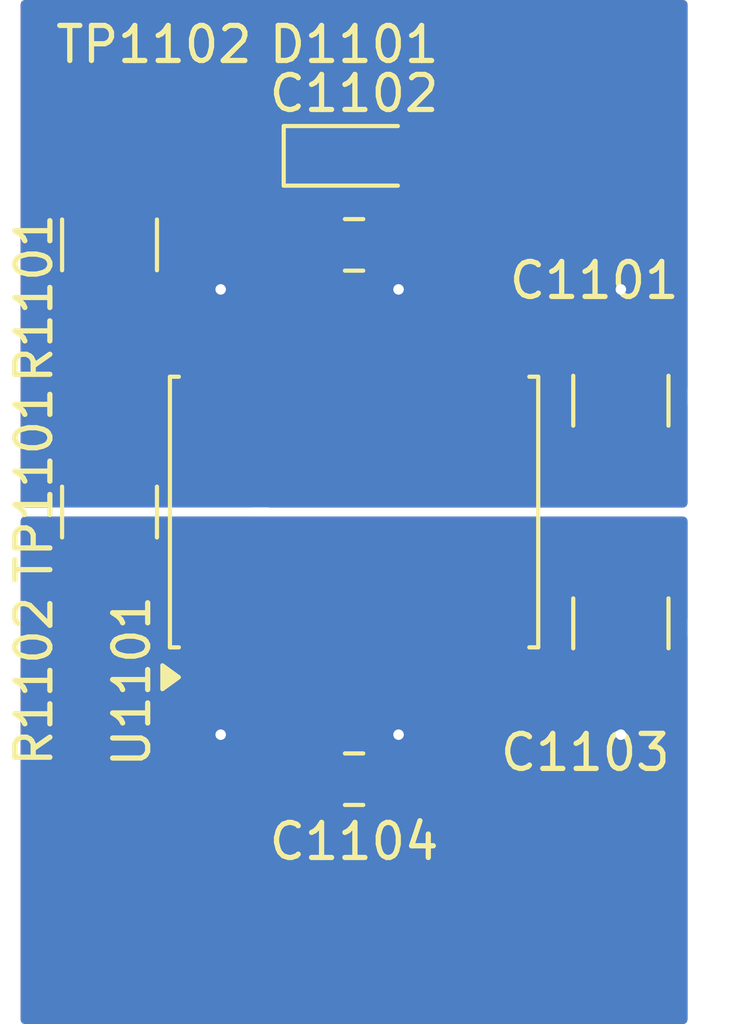
<source format=kicad_pcb>
(kicad_pcb (version 20240108) (generator "pcbnew") (generator_version "8.0")
  (layers (0 "F.Cu" mixed) (31 "B.Cu" mixed) (34 "B.Paste" user) (35 "F.Paste" user) (36 "B.SilkS" user "B.Silkscreen") (37 "F.SilkS" user "F.Silkscreen") (38 "B.Mask" user) (39 "F.Mask" user) (44 "Edge.Cuts" user))
  (net 0 "")
  (net 1 "/+5VA_ISO")
  (net 2 "/GND_ISO")
  (net 3 "/GND_IN")
  (net 4 "/+5VA_IN")
  (footprint "meas:D_SOD-323_HandSoldering" (layer "F.Cu") (at 68.58 53.34)
    (property "Reference" "D1101" (at 0 -3.175 0) (layer "F.SilkS"))
    (property "Value" "PDZ5.6B115")
    (fp_line (start -2.01 -0.85) (end -2.01 0.85) (stroke (width 0.12)) (layer "F.SilkS"))
    (fp_line (start -2.01 -0.85) (end 1.25 -0.85) (stroke (width 0.12)) (layer "F.SilkS"))
    (fp_line (start -2.01 0.85) (end 1.25 0.85) (stroke (width 0.12)) (layer "F.SilkS"))
    (pad "1" smd roundrect (at -1.25 0) (size 1 1) (layers "F.Cu" "F.Paste" "F.Mask") (net 1 "/+5VA_ISO"))
    (pad "2" smd roundrect (at 1.25 0) (size 1 1) (layers "F.Cu" "F.Paste" "F.Mask") (net 2 "/GND_ISO"))
  )
  (footprint "meas:TP_0805_2012Metric" (layer "F.Cu") (at 61.595 52.07)
    (property "Reference" "TP1102" (at 1.27 -1.905 0) (layer "F.SilkS"))
    (property "Value" "~")
    (pad "1" smd roundrect (at 0 0) (size 2.5 1.75) (layers "F.Cu" "F.Paste" "F.Mask") (roundrect_rratio 0.243902) (net 2 "/GND_ISO"))
  )
  (footprint "meas:R_1210_3225Metric_Pad1.30x2.65mm_HandSolder" (layer "F.Cu") (at 61.595 63.5 -90)
    (property "Reference" "R1102" (at 4.826 2.159 90) (layer "F.SilkS"))
    (property "Value" "1M")
    (fp_line (start -0.723737 1.355) (end 0.723737 1.355) (stroke (width 0.12)) (layer "F.SilkS"))
    (fp_line (start -0.723737 -1.355) (end 0.723737 -1.355) (stroke (width 0.12)) (layer "F.SilkS"))
    (pad "1" smd roundrect (at -1.55 0 270) (size 1.3 2.65) (layers "F.Cu" "F.Paste" "F.Mask") (roundrect_rratio 0.192308) (net 2 "/GND_ISO"))
    (pad "2" smd roundrect (at 1.55 0 270) (size 1.3 2.65) (layers "F.Cu" "F.Paste" "F.Mask") (roundrect_rratio 0.192308) (net 3 "/GND_IN"))
  )
  (footprint "meas:C_1210_3225Metric_Pad1.33x2.70mm_HandSolder" (layer "F.Cu") (at 76.2 66.675 90)
    (property "Reference" "C1103" (at -3.683 -1.016 0) (layer "F.SilkS"))
    (property "Value" "10u")
    (fp_line (start -0.711252 -1.36) (end 0.711252 -1.36) (stroke (width 0.12)) (layer "F.SilkS"))
    (fp_line (start -0.711252 1.36) (end 0.711252 1.36) (stroke (width 0.12)) (layer "F.SilkS"))
    (pad "1" smd roundrect (at -1.5625 0 90) (size 1.325 2.7) (layers "F.Cu" "F.Paste" "F.Mask") (roundrect_rratio 0.188679) (net 3 "/GND_IN"))
    (pad "2" smd roundrect (at 1.5625 0 90) (size 1.325 2.7) (layers "F.Cu" "F.Paste" "F.Mask") (roundrect_rratio 0.188679) (net 4 "/+5VA_IN"))
  )
  (footprint "meas:C_0805_2012Metric_Pad1.18x1.45mm_HandSolder" (layer "F.Cu") (at 68.58 71.12 180)
    (property "Reference" "C1104" (at 0 -1.778 180) (layer "F.SilkS"))
    (property "Value" "100n")
    (fp_line (start -0.261252 0.735) (end 0.261252 0.735) (stroke (width 0.12)) (layer "F.SilkS"))
    (fp_line (start -0.261252 -0.735) (end 0.261252 -0.735) (stroke (width 0.12)) (layer "F.SilkS"))
    (pad "1" smd roundrect (at -1.0375 0 180) (size 1.175 1.45) (layers "F.Cu" "F.Paste" "F.Mask") (roundrect_rratio 0.212766) (net 3 "/GND_IN"))
    (pad "2" smd roundrect (at 1.0375 0 180) (size 1.175 1.45) (layers "F.Cu" "F.Paste" "F.Mask") (roundrect_rratio 0.212766) (net 4 "/+5VA_IN"))
  )
  (footprint "meas:R_1210_3225Metric_Pad1.30x2.65mm_HandSolder" (layer "F.Cu") (at 61.595 55.88 -90)
    (property "Reference" "R1101" (at 1.524 2.159 90) (layer "F.SilkS"))
    (property "Value" "330")
    (fp_line (start -0.723737 1.355) (end 0.723737 1.355) (stroke (width 0.12)) (layer "F.SilkS"))
    (fp_line (start -0.723737 -1.355) (end 0.723737 -1.355) (stroke (width 0.12)) (layer "F.SilkS"))
    (pad "1" smd roundrect (at -1.55 0 270) (size 1.3 2.65) (layers "F.Cu" "F.Paste" "F.Mask") (roundrect_rratio 0.192308) (net 2 "/GND_ISO"))
    (pad "2" smd roundrect (at 1.55 0 270) (size 1.3 2.65) (layers "F.Cu" "F.Paste" "F.Mask") (roundrect_rratio 0.192308) (net 1 "/+5VA_ISO"))
  )
  (footprint "meas:C_0805_2012Metric_Pad1.18x1.45mm_HandSolder" (layer "F.Cu") (at 68.58 55.88 180)
    (property "Reference" "C1102" (at 0 4.318 180) (layer "F.SilkS"))
    (property "Value" "100n")
    (fp_line (start -0.261252 0.735) (end 0.261252 0.735) (stroke (width 0.12)) (layer "F.SilkS"))
    (fp_line (start -0.261252 -0.735) (end 0.261252 -0.735) (stroke (width 0.12)) (layer "F.SilkS"))
    (pad "1" smd roundrect (at -1.0375 0 180) (size 1.175 1.45) (layers "F.Cu" "F.Paste" "F.Mask") (roundrect_rratio 0.212766) (net 2 "/GND_ISO"))
    (pad "2" smd roundrect (at 1.0375 0 180) (size 1.175 1.45) (layers "F.Cu" "F.Paste" "F.Mask") (roundrect_rratio 0.212766) (net 1 "/+5VA_ISO"))
  )
  (footprint "meas:SOIC-16W_7.5x10.3mm_P1.27mm" (layer "F.Cu") (at 68.58 63.5 90)
    (property "Reference" "U1101" (at -4.826 -6.35 -90) (layer "F.SilkS"))
    (property "Value" "R05C05TE05S")
    (fp_line (start 3.86 -5.26) (end 3.86 -5.005) (stroke (width 0.12)) (layer "F.SilkS"))
    (fp_line (start 0 -5.26) (end 3.86 -5.26) (stroke (width 0.12)) (layer "F.SilkS"))
    (fp_line (start 0 -5.26) (end -3.86 -5.26) (stroke (width 0.12)) (layer "F.SilkS"))
    (fp_line (start -3.86 -5.26) (end -3.86 -5.005) (stroke (width 0.12)) (layer "F.SilkS"))
    (fp_line (start 3.86 5.26) (end 3.86 5.005) (stroke (width 0.12)) (layer "F.SilkS"))
    (fp_line (start 0 5.26) (end 3.86 5.26) (stroke (width 0.12)) (layer "F.SilkS"))
    (fp_line (start 0 5.26) (end -3.86 5.26) (stroke (width 0.12)) (layer "F.SilkS"))
    (fp_line (start -3.86 5.26) (end -3.86 5.005) (stroke (width 0.12)) (layer "F.SilkS"))
    (fp_poly (pts (xy -4.7125 -5.005) (xy -5.0525 -5.475) (xy -4.3725 -5.475) (xy -4.7125 -5.005)) (stroke (width 0.12)) (fill solid) (layer "F.SilkS"))
    (pad "1" smd roundrect (at -4.65 -4.445 90) (size 2.05 0.6) (layers "F.Cu" "F.Paste" "F.Mask") (net 3 "/GND_IN"))
    (pad "2" smd roundrect (at -4.65 -3.175 90) (size 2.05 0.6) (layers "F.Cu" "F.Paste" "F.Mask") (net 3 "/GND_IN"))
    (pad "3" smd roundrect (at -4.65 -1.905 90) (size 2.05 0.6) (layers "F.Cu" "F.Paste" "F.Mask") (net 4 "/+5VA_IN"))
    (pad "4" smd roundrect (at -4.65 -0.635 90) (size 2.05 0.6) (layers "F.Cu" "F.Paste" "F.Mask") (net 4 "/+5VA_IN"))
    (pad "5" smd roundrect (at -4.65 0.635 90) (size 2.05 0.6) (layers "F.Cu" "F.Paste" "F.Mask") (net 3 "/GND_IN"))
    (pad "6" smd roundrect (at -4.65 1.905 90) (size 2.05 0.6) (layers "F.Cu" "F.Paste" "F.Mask") (net 3 "/GND_IN"))
    (pad "7" smd roundrect (at -4.65 3.175 90) (size 2.05 0.6) (layers "F.Cu" "F.Paste" "F.Mask") (net 3 "/GND_IN"))
    (pad "8" smd roundrect (at -4.65 4.445 90) (size 2.05 0.6) (layers "F.Cu" "F.Paste" "F.Mask") (net 3 "/GND_IN"))
    (pad "9" smd roundrect (at 4.65 4.445 90) (size 2.05 0.6) (layers "F.Cu" "F.Paste" "F.Mask") (net 2 "/GND_ISO"))
    (pad "10" smd roundrect (at 4.65 3.175 90) (size 2.05 0.6) (layers "F.Cu" "F.Paste" "F.Mask"))
    (pad "11" smd roundrect (at 4.65 1.905 90) (size 2.05 0.6) (layers "F.Cu" "F.Paste" "F.Mask") (net 2 "/GND_ISO"))
    (pad "12" smd roundrect (at 4.65 0.635 90) (size 2.05 0.6) (layers "F.Cu" "F.Paste" "F.Mask") (net 2 "/GND_ISO"))
    (pad "13" smd roundrect (at 4.65 -0.635 90) (size 2.05 0.6) (layers "F.Cu" "F.Paste" "F.Mask") (net 1 "/+5VA_ISO"))
    (pad "14" smd roundrect (at 4.65 -1.905 90) (size 2.05 0.6) (layers "F.Cu" "F.Paste" "F.Mask") (net 1 "/+5VA_ISO"))
    (pad "15" smd roundrect (at 4.65 -3.175 90) (size 2.05 0.6) (layers "F.Cu" "F.Paste" "F.Mask") (net 2 "/GND_ISO"))
    (pad "16" smd roundrect (at 4.65 -4.445 90) (size 2.05 0.6) (layers "F.Cu" "F.Paste" "F.Mask") (net 2 "/GND_ISO"))
  )
  (footprint "meas:C_1210_3225Metric_Pad1.33x2.70mm_HandSolder" (layer "F.Cu") (at 76.2 60.325 -90)
    (property "Reference" "C1101" (at -3.429 0.762 180) (layer "F.SilkS"))
    (property "Value" "10u")
    (fp_line (start -0.711252 1.36) (end 0.711252 1.36) (stroke (width 0.12)) (layer "F.SilkS"))
    (fp_line (start -0.711252 -1.36) (end 0.711252 -1.36) (stroke (width 0.12)) (layer "F.SilkS"))
    (pad "1" smd roundrect (at -1.5625 0 270) (size 1.325 2.7) (layers "F.Cu" "F.Paste" "F.Mask") (roundrect_rratio 0.188679) (net 2 "/GND_ISO"))
    (pad "2" smd roundrect (at 1.5625 0 270) (size 1.325 2.7) (layers "F.Cu" "F.Paste" "F.Mask") (roundrect_rratio 0.188679) (net 1 "/+5VA_ISO"))
  )
  (footprint "meas:TP_0805_2012Metric" (layer "F.Cu") (at 61.595 59.69)
    (property "Reference" "TP1101" (at -2.159 3.048 90) (layer "F.SilkS"))
    (property "Value" "~")
    (pad "1" smd roundrect (at 0 0) (size 2.5 1.75) (layers "F.Cu" "F.Paste" "F.Mask") (roundrect_rratio 0.243902) (net 1 "/+5VA_ISO"))
  )
  (segment (start 67.945 58.85) (end 67.945 57.193) (width 0.508) (layer "F.Cu") (net 1))
  (segment (start 66.675 58.85) (end 66.675 60.96) (width 0.508) (layer "F.Cu") (net 1))
  (segment (start 63.145 55.88) (end 61.595 57.43) (width 0.508) (layer "F.Cu") (net 1))
  (segment (start 61.595 59.69) (end 61.595 57.43) (width 0.508) (layer "F.Cu") (net 1))
  (segment (start 67.5425 55.88) (end 63.145 55.88) (width 0.508) (layer "F.Cu") (net 1))
  (segment (start 67.33 53.34) (end 67.33 54.376) (width 0.508) (layer "F.Cu") (net 1))
  (segment (start 68.8725 61.8875) (end 67.945 60.96) (width 0.508) (layer "F.Cu") (net 1))
  (segment (start 67.33 54.376) (end 67.5425 54.5885) (width 0.508) (layer "F.Cu") (net 1))
  (segment (start 66.675 60.96) (end 67.6025 61.8875) (width 0.508) (layer "F.Cu") (net 1))
  (segment (start 66.675 57.658) (end 67.5425 56.7905) (width 0.508) (layer "F.Cu") (net 1))
  (segment (start 67.6025 61.8875) (end 68.8725 61.8875) (width 0.508) (layer "F.Cu") (net 1))
  (segment (start 76.2 61.8875) (end 68.8725 61.8875) (width 0.508) (layer "F.Cu") (net 1))
  (segment (start 66.675 58.85) (end 66.675 57.658) (width 0.508) (layer "F.Cu") (net 1))
  (segment (start 67.945 57.193) (end 67.5425 56.7905) (width 0.508) (layer "F.Cu") (net 1))
  (segment (start 67.5425 56.7905) (end 67.5425 55.88) (width 0.508) (layer "F.Cu") (net 1))
  (segment (start 67.945 60.96) (end 67.945 58.85) (width 0.508) (layer "F.Cu") (net 1))
  (segment (start 67.5425 54.5885) (end 67.5425 55.88) (width 0.508) (layer "F.Cu") (net 1))
  (segment (start 70.485 58.85) (end 70.485 57.658) (width 0.508) (layer "F.Cu") (net 2))
  (segment (start 69.977 57.15) (end 69.85 57.15) (width 0.508) (layer "F.Cu") (net 2))
  (segment (start 69.83 53.34) (end 69.83 54.483) (width 0.508) (layer "F.Cu") (net 2))
  (segment (start 73.025 58.85) (end 76.1125 58.85) (width 0.508) (layer "F.Cu") (net 2))
  (segment (start 64.135 58.85) (end 65.405 58.85) (width 0.508) (layer "F.Cu") (net 2))
  (segment (start 70.485 57.658) (end 69.977 57.15) (width 0.508) (layer "F.Cu") (net 2))
  (segment (start 69.6175 56.7905) (end 69.6175 55.88) (width 0.508) (layer "F.Cu") (net 2))
  (segment (start 69.215 58.85) (end 69.215 57.193) (width 0.508) (layer "F.Cu") (net 2))
  (segment (start 70.485 58.85) (end 69.215 58.85) (width 0.508) (layer "F.Cu") (net 2))
  (segment (start 72.009 55.88) (end 69.6175 55.88) (width 0.508) (layer "F.Cu") (net 2))
  (segment (start 69.83 54.483) (end 69.6175 54.6955) (width 0.508) (layer "F.Cu") (net 2))
  (segment (start 69.6175 54.6955) (end 69.6175 55.88) (width 0.508) (layer "F.Cu") (net 2))
  (segment (start 73.025 58.85) (end 73.025 56.896) (width 0.508) (layer "F.Cu") (net 2))
  (segment (start 69.85 57.15) (end 69.85 57.023) (width 0.508) (layer "F.Cu") (net 2))
  (segment (start 76.1125 58.85) (end 76.2 58.7625) (width 0.508) (layer "F.Cu") (net 2))
  (segment (start 73.025 56.896) (end 72.009 55.88) (width 0.508) (layer "F.Cu") (net 2))
  (segment (start 69.85 57.023) (end 69.6175 56.7905) (width 0.508) (layer "F.Cu") (net 2))
  (segment (start 69.215 57.193) (end 69.6175 56.7905) (width 0.508) (layer "F.Cu") (net 2))
  (via (at 64.77 57.15) (size 0.45) (drill 0.3) (layers "F.Cu" "B.Cu") (net 2))
  (via (at 69.85 57.15) (size 0.45) (drill 0.3) (layers "F.Cu" "B.Cu") (net 2))
  (via (at 76.2 57.15) (size 0.45) (drill 0.3) (layers "F.Cu" "B.Cu") (net 2))
  (segment (start 73.025 68.15) (end 76.1125 68.15) (width 0.508) (layer "F.Cu") (net 3))
  (segment (start 61.595 65.05) (end 61.595 67.31) (width 0.508) (layer "F.Cu") (net 3))
  (segment (start 69.215 68.15) (end 73.025 68.15) (width 0.508) (layer "F.Cu") (net 3))
  (segment (start 76.1125 68.15) (end 76.2 68.2375) (width 0.508) (layer "F.Cu") (net 3))
  (segment (start 65.405 68.15) (end 64.135 68.15) (width 0.508) (layer "F.Cu") (net 3))
  (segment (start 61.595 67.31) (end 62.435 68.15) (width 0.508) (layer "F.Cu") (net 3))
  (segment (start 62.435 68.15) (end 64.135 68.15) (width 0.508) (layer "F.Cu") (net 3))
  (via (at 64.77 69.85) (size 0.45) (drill 0.3) (layers "F.Cu" "B.Cu") (net 3))
  (via (at 76.2 69.85) (size 0.45) (drill 0.3) (layers "F.Cu" "B.Cu") (net 3))
  (via (at 69.85 69.85) (size 0.45) (drill 0.3) (layers "F.Cu" "B.Cu") (net 3))
  (segment (start 67.945 66.04) (end 67.945 68.15) (width 0.508) (layer "F.Cu") (net 4))
  (segment (start 68.8725 65.1125) (end 67.945 66.04) (width 0.508) (layer "F.Cu") (net 4))
  (segment (start 68.9225 65.1125) (end 68.8725 65.1125) (width 0.508) (layer "F.Cu") (net 4))
  (segment (start 67.6025 65.1125) (end 68.9225 65.1125) (width 0.508) (layer "F.Cu") (net 4))
  (segment (start 67.945 69.807) (end 67.5425 70.2095) (width 0.508) (layer "F.Cu") (net 4))
  (segment (start 66.675 68.15) (end 66.675 69.342) (width 0.508) (layer "F.Cu") (net 4))
  (segment (start 67.945 68.15) (end 67.945 69.807) (width 0.508) (layer "F.Cu") (net 4))
  (segment (start 76.2 65.1125) (end 68.9225 65.1125) (width 0.508) (layer "F.Cu") (net 4))
  (segment (start 66.675 66.04) (end 67.6025 65.1125) (width 0.508) (layer "F.Cu") (net 4))
  (segment (start 66.675 68.15) (end 66.675 66.04) (width 0.508) (layer "F.Cu") (net 4))
  (segment (start 66.675 69.342) (end 67.5425 70.2095) (width 0.508) (layer "F.Cu") (net 4))
  (segment (start 67.5425 70.2095) (end 67.5425 71.12) (width 0.508) (layer "F.Cu") (net 4))
  (segment (start 67.945 68.15) (end 66.675 68.15) (width 0.508) (layer "F.Cu") (net 4))
  (zone (net 4) (net_name "/+5VA_IN") (layer "F.Cu") (priority 100) (connect_pads (clearance 0.254)) (min_thickness 0.254) (fill yes (thermal_gap 0.254) (thermal_bridge_width 0.508))
    (polygon (pts (xy 66.04 63.627) (xy 78.105 63.627) (xy 78.105 66.675) (xy 66.04 66.675)))
  )
  (zone (net 1) (net_name "/+5VA_ISO") (layer "F.Cu") (priority 100) (connect_pads (clearance 0.254)) (min_thickness 0.254) (fill yes (thermal_gap 0.254) (thermal_bridge_width 0.508))
    (polygon (pts (xy 66.04 60.325) (xy 78.105 60.325) (xy 78.105 63.373) (xy 66.04 63.373)))
  )
  (zone (net 2) (net_name "/GND_ISO") (layers "F&B.Cu") (priority 90) (connect_pads (clearance 0.254)) (min_thickness 0.254) (fill yes (thermal_gap 0.254) (thermal_bridge_width 0.508))
    (polygon (pts (xy 59.055 63.373) (xy 59.055 48.895) (xy 78.105 48.895) (xy 78.105 63.373)))
  )
  (zone (net 3) (net_name "/GND_IN") (layers "F&B.Cu") (priority 90) (connect_pads (clearance 0.254)) (min_thickness 0.254) (fill yes (thermal_gap 0.254) (thermal_bridge_width 0.508))
    (polygon (pts (xy 59.055 78.105) (xy 59.055 63.627) (xy 78.105 63.627) (xy 78.105 78.105)))
  )
)
</source>
